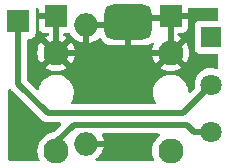
<source format=gbr>
%TF.GenerationSoftware,KiCad,Pcbnew,(6.0.2-0)*%
%TF.CreationDate,2022-07-29T18:49:05+02:00*%
%TF.ProjectId,crossfaderAttenuator,63726f73-7366-4616-9465-72417474656e,rev?*%
%TF.SameCoordinates,Original*%
%TF.FileFunction,Copper,L1,Top*%
%TF.FilePolarity,Positive*%
%FSLAX46Y46*%
G04 Gerber Fmt 4.6, Leading zero omitted, Abs format (unit mm)*
G04 Created by KiCad (PCBNEW (6.0.2-0)) date 2022-07-29 18:49:05*
%MOMM*%
%LPD*%
G01*
G04 APERTURE LIST*
G04 Aperture macros list*
%AMRoundRect*
0 Rectangle with rounded corners*
0 $1 Rounding radius*
0 $2 $3 $4 $5 $6 $7 $8 $9 X,Y pos of 4 corners*
0 Add a 4 corners polygon primitive as box body*
4,1,4,$2,$3,$4,$5,$6,$7,$8,$9,$2,$3,0*
0 Add four circle primitives for the rounded corners*
1,1,$1+$1,$2,$3*
1,1,$1+$1,$4,$5*
1,1,$1+$1,$6,$7*
1,1,$1+$1,$8,$9*
0 Add four rect primitives between the rounded corners*
20,1,$1+$1,$2,$3,$4,$5,0*
20,1,$1+$1,$4,$5,$6,$7,0*
20,1,$1+$1,$6,$7,$8,$9,0*
20,1,$1+$1,$8,$9,$2,$3,0*%
G04 Aperture macros list end*
%TA.AperFunction,ComponentPad*%
%ADD10R,1.900000X1.900000*%
%TD*%
%TA.AperFunction,ComponentPad*%
%ADD11R,1.930000X1.830000*%
%TD*%
%TA.AperFunction,ComponentPad*%
%ADD12C,2.130000*%
%TD*%
%TA.AperFunction,SMDPad,CuDef*%
%ADD13RoundRect,0.750000X1.250000X-0.750000X1.250000X0.750000X-1.250000X0.750000X-1.250000X-0.750000X0*%
%TD*%
%TA.AperFunction,ComponentPad*%
%ADD14O,2.000000X2.000000*%
%TD*%
%TA.AperFunction,ComponentPad*%
%ADD15R,1.800000X1.800000*%
%TD*%
%TA.AperFunction,ComponentPad*%
%ADD16C,1.800000*%
%TD*%
%TA.AperFunction,ViaPad*%
%ADD17C,0.800000*%
%TD*%
%TA.AperFunction,Conductor*%
%ADD18C,0.500000*%
%TD*%
G04 APERTURE END LIST*
D10*
%TO.P,J3,1,Pin_1*%
%TO.N,Net-(RV1-Pad2)*%
X137050000Y-76875000D03*
%TD*%
D11*
%TO.P,J2,S*%
%TO.N,GND*%
X140250000Y-76420000D03*
D12*
%TO.P,J2,T*%
%TO.N,Net-(J2-PadT)*%
X140250000Y-87820000D03*
%TO.P,J2,TN*%
%TO.N,GND*%
X140250000Y-79520000D03*
%TD*%
D13*
%TO.P,pingnd,1*%
%TO.N,GND*%
X146350000Y-76900000D03*
%TD*%
D11*
%TO.P,J1,S*%
%TO.N,GND*%
X149950000Y-76420000D03*
D12*
%TO.P,J1,T*%
%TO.N,Net-(J1-PadT)*%
X149950000Y-87820000D03*
%TO.P,J1,TN*%
%TO.N,GND*%
X149950000Y-79520000D03*
%TD*%
D14*
%TO.P,RV1,*%
%TO.N,GND*%
X142787487Y-87213604D03*
X142787487Y-77213604D03*
D15*
%TO.P,RV1,1,1*%
%TO.N,Net-(J1-PadT)*%
X153387487Y-78213604D03*
D16*
%TO.P,RV1,2,2*%
%TO.N,Net-(RV1-Pad2)*%
X153387487Y-82225604D03*
%TO.P,RV1,3,3*%
%TO.N,Net-(J2-PadT)*%
X153387487Y-86213604D03*
%TD*%
D17*
%TO.N,GND*%
X136800000Y-85700000D03*
%TD*%
D18*
%TO.N,GND*%
X145686396Y-77213604D02*
X146350000Y-76550000D01*
X142870000Y-79520000D02*
X149950000Y-79520000D01*
X149950000Y-79520000D02*
X149950000Y-76420000D01*
X142787487Y-79437487D02*
X142870000Y-79520000D01*
X146350000Y-76550000D02*
X149820000Y-76550000D01*
X140250000Y-79520000D02*
X149950000Y-79520000D01*
X149820000Y-76550000D02*
X149950000Y-76420000D01*
X140250000Y-76420000D02*
X140250000Y-79520000D01*
X140250000Y-76420000D02*
X140250000Y-76350000D01*
X142787487Y-77213604D02*
X145686396Y-77213604D01*
X142787487Y-77213604D02*
X142787487Y-79437487D01*
X140250000Y-79520000D02*
X142870000Y-79520000D01*
%TO.N,Net-(J2-PadT)*%
X140250000Y-87100000D02*
X141750000Y-85600000D01*
X141750000Y-85600000D02*
X151350000Y-85600000D01*
X151350000Y-85600000D02*
X151963604Y-86213604D01*
X151963604Y-86213604D02*
X153387487Y-86213604D01*
X140250000Y-87820000D02*
X140250000Y-87100000D01*
%TO.N,Net-(RV1-Pad2)*%
X150959478Y-84653612D02*
X153387487Y-82225604D01*
X139521557Y-84653612D02*
X150959478Y-84653612D01*
X137050000Y-76875000D02*
X137050000Y-82182055D01*
X137050000Y-82182055D02*
X139521557Y-84653612D01*
%TD*%
%TA.AperFunction,Conductor*%
%TO.N,GND*%
G36*
X136416512Y-82611933D02*
G01*
X136441718Y-82641790D01*
X136447405Y-82651162D01*
X136451121Y-82655370D01*
X136451122Y-82655371D01*
X136454803Y-82659539D01*
X136454776Y-82659563D01*
X136457429Y-82662555D01*
X136460132Y-82665788D01*
X136464144Y-82671907D01*
X136520383Y-82725183D01*
X136522825Y-82727561D01*
X138937787Y-85142523D01*
X138950173Y-85156935D01*
X138958706Y-85168530D01*
X138958711Y-85168535D01*
X138963049Y-85174430D01*
X138968627Y-85179169D01*
X138968630Y-85179172D01*
X139003325Y-85208647D01*
X139010841Y-85215577D01*
X139016536Y-85221272D01*
X139019418Y-85223552D01*
X139038808Y-85238893D01*
X139042212Y-85241684D01*
X139092260Y-85284203D01*
X139097842Y-85288945D01*
X139104358Y-85292273D01*
X139109407Y-85295640D01*
X139114536Y-85298807D01*
X139120273Y-85303346D01*
X139186432Y-85334267D01*
X139190326Y-85336170D01*
X139255365Y-85369381D01*
X139262473Y-85371120D01*
X139268116Y-85373219D01*
X139273879Y-85375136D01*
X139280507Y-85378234D01*
X139287669Y-85379724D01*
X139287670Y-85379724D01*
X139351969Y-85393098D01*
X139356253Y-85394068D01*
X139427167Y-85411420D01*
X139432769Y-85411768D01*
X139432772Y-85411768D01*
X139438321Y-85412112D01*
X139438319Y-85412148D01*
X139442312Y-85412387D01*
X139446504Y-85412761D01*
X139453672Y-85414252D01*
X139531077Y-85412158D01*
X139534485Y-85412112D01*
X140561017Y-85412112D01*
X140629138Y-85432114D01*
X140675631Y-85485770D01*
X140685735Y-85556044D01*
X140656241Y-85620624D01*
X140650112Y-85627207D01*
X140045541Y-86231778D01*
X139985861Y-86265201D01*
X139767079Y-86317727D01*
X139767072Y-86317729D01*
X139762258Y-86318885D01*
X139757687Y-86320778D01*
X139757685Y-86320779D01*
X139538011Y-86411771D01*
X139538007Y-86411773D01*
X139533437Y-86413666D01*
X139322260Y-86543075D01*
X139133927Y-86703927D01*
X138973075Y-86892260D01*
X138843666Y-87103437D01*
X138841773Y-87108007D01*
X138841771Y-87108011D01*
X138792613Y-87226690D01*
X138748885Y-87332258D01*
X138747730Y-87337070D01*
X138692221Y-87568276D01*
X138692220Y-87568282D01*
X138691066Y-87573089D01*
X138671634Y-87820000D01*
X138691066Y-88066911D01*
X138692220Y-88071718D01*
X138692221Y-88071724D01*
X138700567Y-88106487D01*
X138748885Y-88307742D01*
X138835887Y-88517781D01*
X138835887Y-88517782D01*
X138843476Y-88588371D01*
X138811697Y-88651858D01*
X138750639Y-88688086D01*
X138719478Y-88692000D01*
X136334000Y-88692000D01*
X136265879Y-88671998D01*
X136219386Y-88618342D01*
X136208000Y-88566000D01*
X136208000Y-82707157D01*
X136228002Y-82639036D01*
X136281658Y-82592543D01*
X136351932Y-82582439D01*
X136416512Y-82611933D01*
G37*
%TD.AperFunction*%
%TA.AperFunction,Conductor*%
G36*
X148964952Y-86378502D02*
G01*
X149011445Y-86432158D01*
X149021549Y-86502432D01*
X148992055Y-86567012D01*
X148978662Y-86580311D01*
X148833927Y-86703927D01*
X148673075Y-86892260D01*
X148543666Y-87103437D01*
X148541773Y-87108007D01*
X148541771Y-87108011D01*
X148492613Y-87226690D01*
X148448885Y-87332258D01*
X148447730Y-87337070D01*
X148392221Y-87568276D01*
X148392220Y-87568282D01*
X148391066Y-87573089D01*
X148371634Y-87820000D01*
X148391066Y-88066911D01*
X148392220Y-88071718D01*
X148392221Y-88071724D01*
X148400567Y-88106487D01*
X148448885Y-88307742D01*
X148535887Y-88517781D01*
X148535887Y-88517782D01*
X148543476Y-88588371D01*
X148511697Y-88651858D01*
X148450639Y-88688086D01*
X148419478Y-88692000D01*
X143707858Y-88692000D01*
X143639737Y-88671998D01*
X143593244Y-88618342D01*
X143583140Y-88548068D01*
X143612634Y-88483488D01*
X143642023Y-88458568D01*
X143672386Y-88439961D01*
X143680370Y-88434161D01*
X143853345Y-88286426D01*
X143860309Y-88279462D01*
X144008044Y-88106487D01*
X144013844Y-88098503D01*
X144132692Y-87904562D01*
X144137174Y-87895767D01*
X144224223Y-87685612D01*
X144227269Y-87676238D01*
X144273129Y-87485219D01*
X144272424Y-87471135D01*
X144263543Y-87467604D01*
X142659487Y-87467604D01*
X142591366Y-87447602D01*
X142544873Y-87393946D01*
X142533487Y-87341604D01*
X142533487Y-87085604D01*
X142553489Y-87017483D01*
X142607145Y-86970990D01*
X142659487Y-86959604D01*
X144259243Y-86959604D01*
X144272774Y-86955631D01*
X144274134Y-86946173D01*
X144227269Y-86750970D01*
X144224223Y-86741596D01*
X144137703Y-86532718D01*
X144130114Y-86462128D01*
X144161894Y-86398641D01*
X144222952Y-86362414D01*
X144254112Y-86358500D01*
X148896831Y-86358500D01*
X148964952Y-86378502D01*
G37*
%TD.AperFunction*%
%TA.AperFunction,Conductor*%
G36*
X138719121Y-75728002D02*
G01*
X138765614Y-75781658D01*
X138777000Y-75834000D01*
X138777000Y-76147885D01*
X138781475Y-76163124D01*
X138782865Y-76164329D01*
X138790548Y-76166000D01*
X140378000Y-76166000D01*
X140446121Y-76186002D01*
X140492614Y-76239658D01*
X140504000Y-76292000D01*
X140504000Y-76548000D01*
X140483998Y-76616121D01*
X140430342Y-76662614D01*
X140378000Y-76674000D01*
X138795116Y-76674000D01*
X138779877Y-76678475D01*
X138778672Y-76679865D01*
X138777001Y-76687548D01*
X138777001Y-77379669D01*
X138777371Y-77386490D01*
X138782895Y-77437352D01*
X138786521Y-77452604D01*
X138831676Y-77573054D01*
X138840214Y-77588649D01*
X138916715Y-77690724D01*
X138929276Y-77703285D01*
X139031351Y-77779786D01*
X139046946Y-77788324D01*
X139167394Y-77833478D01*
X139182649Y-77837105D01*
X139233514Y-77842631D01*
X139240328Y-77843000D01*
X139554745Y-77843000D01*
X139622866Y-77863002D01*
X139669359Y-77916658D01*
X139679463Y-77986932D01*
X139649969Y-78051512D01*
X139602963Y-78085409D01*
X139538239Y-78112218D01*
X139529445Y-78116699D01*
X139344285Y-78230165D01*
X139334825Y-78240621D01*
X139338609Y-78249399D01*
X140237188Y-79147978D01*
X140251132Y-79155592D01*
X140252965Y-79155461D01*
X140259580Y-79151210D01*
X141158348Y-78252442D01*
X141165108Y-78240062D01*
X141159381Y-78232412D01*
X140970555Y-78116699D01*
X140961765Y-78112220D01*
X140897035Y-78085408D01*
X140841755Y-78040859D01*
X140819334Y-77973496D01*
X140836893Y-77904704D01*
X140888855Y-77856326D01*
X140945254Y-77842999D01*
X141259669Y-77842999D01*
X141266488Y-77842630D01*
X141316750Y-77837170D01*
X141386632Y-77849699D01*
X141438647Y-77898020D01*
X141442004Y-77904109D01*
X141561130Y-78098503D01*
X141566930Y-78106487D01*
X141714665Y-78279462D01*
X141721629Y-78286426D01*
X141894604Y-78434161D01*
X141902588Y-78439961D01*
X142096529Y-78558809D01*
X142105324Y-78563291D01*
X142315479Y-78650340D01*
X142324853Y-78653386D01*
X142515872Y-78699246D01*
X142529956Y-78698541D01*
X142533487Y-78689660D01*
X142533487Y-77085604D01*
X142553489Y-77017483D01*
X142607145Y-76970990D01*
X142659487Y-76959604D01*
X142915487Y-76959604D01*
X142983608Y-76979606D01*
X143030101Y-77033262D01*
X143041487Y-77085604D01*
X143041487Y-78685360D01*
X143045460Y-78698891D01*
X143054918Y-78700251D01*
X143250121Y-78653386D01*
X143259495Y-78650340D01*
X143469650Y-78563291D01*
X143478445Y-78558809D01*
X143672386Y-78439961D01*
X143680370Y-78434161D01*
X143845938Y-78292752D01*
X143910728Y-78263721D01*
X143980928Y-78274326D01*
X144031234Y-78316653D01*
X144127803Y-78455597D01*
X144134976Y-78464176D01*
X144285824Y-78615024D01*
X144294403Y-78622197D01*
X144469588Y-78743954D01*
X144479295Y-78749490D01*
X144673269Y-78838299D01*
X144683815Y-78842033D01*
X144890679Y-78895147D01*
X144901234Y-78896918D01*
X145034930Y-78907793D01*
X145040036Y-78908000D01*
X146077885Y-78908000D01*
X146093124Y-78903525D01*
X146094329Y-78902135D01*
X146096000Y-78894452D01*
X146096000Y-76772000D01*
X146116002Y-76703879D01*
X146169658Y-76657386D01*
X146222000Y-76646000D01*
X146478000Y-76646000D01*
X146546121Y-76666002D01*
X146592614Y-76719658D01*
X146604000Y-76772000D01*
X146604000Y-78889884D01*
X146608475Y-78905123D01*
X146609865Y-78906328D01*
X146617548Y-78907999D01*
X147659961Y-78907999D01*
X147665071Y-78907791D01*
X147798767Y-78896918D01*
X147809320Y-78895148D01*
X148016185Y-78842033D01*
X148026731Y-78838299D01*
X148220705Y-78749490D01*
X148230412Y-78743954D01*
X148352985Y-78658764D01*
X148420338Y-78636311D01*
X148489138Y-78653837D01*
X148537541Y-78705776D01*
X148550179Y-78775639D01*
X148541304Y-78810447D01*
X148451256Y-79027840D01*
X148448207Y-79037225D01*
X148392717Y-79268355D01*
X148391174Y-79278102D01*
X148372524Y-79515070D01*
X148372524Y-79524930D01*
X148391174Y-79761898D01*
X148392717Y-79771645D01*
X148448207Y-80002775D01*
X148451256Y-80012160D01*
X148542218Y-80231761D01*
X148546699Y-80240555D01*
X148660165Y-80425715D01*
X148670621Y-80435175D01*
X148679399Y-80431391D01*
X149589658Y-79521132D01*
X150314408Y-79521132D01*
X150314539Y-79522965D01*
X150318790Y-79529580D01*
X151217558Y-80428348D01*
X151229938Y-80435108D01*
X151237588Y-80429381D01*
X151353301Y-80240555D01*
X151357782Y-80231761D01*
X151448744Y-80012160D01*
X151451793Y-80002775D01*
X151507283Y-79771645D01*
X151508826Y-79761898D01*
X151527476Y-79524930D01*
X151527476Y-79515070D01*
X151508826Y-79278102D01*
X151507283Y-79268355D01*
X151451793Y-79037225D01*
X151448744Y-79027840D01*
X151357782Y-78808239D01*
X151353301Y-78799445D01*
X151239835Y-78614285D01*
X151229379Y-78604825D01*
X151220601Y-78608609D01*
X150322022Y-79507188D01*
X150314408Y-79521132D01*
X149589658Y-79521132D01*
X150858348Y-78252442D01*
X150865108Y-78240062D01*
X150859381Y-78232412D01*
X150670555Y-78116699D01*
X150661765Y-78112220D01*
X150597035Y-78085408D01*
X150541755Y-78040859D01*
X150519334Y-77973496D01*
X150536893Y-77904704D01*
X150588855Y-77856326D01*
X150645254Y-77842999D01*
X150959669Y-77842999D01*
X150966490Y-77842629D01*
X151017352Y-77837105D01*
X151032604Y-77833479D01*
X151153054Y-77788324D01*
X151168649Y-77779786D01*
X151270724Y-77703285D01*
X151283285Y-77690724D01*
X151359786Y-77588649D01*
X151368324Y-77573054D01*
X151413478Y-77452606D01*
X151417105Y-77437351D01*
X151422631Y-77386486D01*
X151423000Y-77379672D01*
X151423000Y-76692115D01*
X151418525Y-76676876D01*
X151417135Y-76675671D01*
X151409452Y-76674000D01*
X149822000Y-76674000D01*
X149753879Y-76653998D01*
X149707386Y-76600342D01*
X149696000Y-76548000D01*
X149696000Y-76292000D01*
X149716002Y-76223879D01*
X149769658Y-76177386D01*
X149822000Y-76166000D01*
X151404884Y-76166000D01*
X151420123Y-76161525D01*
X151421328Y-76160135D01*
X151422999Y-76152452D01*
X151422999Y-75834000D01*
X151443001Y-75765879D01*
X151496657Y-75719386D01*
X151548999Y-75708000D01*
X153866000Y-75708000D01*
X153934121Y-75728002D01*
X153980614Y-75781658D01*
X153992000Y-75834000D01*
X153992000Y-76679104D01*
X153971998Y-76747225D01*
X153918342Y-76793718D01*
X153866000Y-76805104D01*
X152439353Y-76805104D01*
X152377171Y-76811859D01*
X152240782Y-76862989D01*
X152124226Y-76950343D01*
X152036872Y-77066899D01*
X151985742Y-77203288D01*
X151978987Y-77265470D01*
X151978987Y-79161738D01*
X151985742Y-79223920D01*
X152036872Y-79360309D01*
X152124226Y-79476865D01*
X152240782Y-79564219D01*
X152377171Y-79615349D01*
X152439353Y-79622104D01*
X153866000Y-79622104D01*
X153934121Y-79642106D01*
X153980614Y-79695762D01*
X153992000Y-79748104D01*
X153992000Y-80767103D01*
X153971998Y-80835224D01*
X153918342Y-80881717D01*
X153848068Y-80891821D01*
X153823947Y-80885878D01*
X153748515Y-80859166D01*
X153743422Y-80858259D01*
X153743419Y-80858258D01*
X153525582Y-80819455D01*
X153525576Y-80819454D01*
X153520493Y-80818549D01*
X153447583Y-80817658D01*
X153294068Y-80815783D01*
X153294066Y-80815783D01*
X153288898Y-80815720D01*
X153059951Y-80850754D01*
X152839801Y-80922710D01*
X152835213Y-80925098D01*
X152835209Y-80925100D01*
X152638948Y-81027267D01*
X152634359Y-81029656D01*
X152630226Y-81032759D01*
X152630223Y-81032761D01*
X152544031Y-81097476D01*
X152449142Y-81168721D01*
X152289126Y-81336168D01*
X152286212Y-81340440D01*
X152286211Y-81340441D01*
X152215646Y-81443886D01*
X152158606Y-81527503D01*
X152061089Y-81737585D01*
X151999194Y-81960773D01*
X151974582Y-82191073D01*
X151974879Y-82196226D01*
X151974879Y-82196229D01*
X151982690Y-82331692D01*
X151987914Y-82422301D01*
X151996599Y-82460838D01*
X151992064Y-82531686D01*
X151962777Y-82577633D01*
X151661594Y-82878815D01*
X151599282Y-82912840D01*
X151528466Y-82907775D01*
X151471631Y-82865228D01*
X151446923Y-82800043D01*
X151435354Y-82659322D01*
X151435353Y-82659316D01*
X151434930Y-82654171D01*
X151396194Y-82499954D01*
X151376100Y-82419956D01*
X151376099Y-82419952D01*
X151374841Y-82414945D01*
X151361934Y-82385261D01*
X151278546Y-82193481D01*
X151278544Y-82193478D01*
X151276486Y-82188744D01*
X151142508Y-81981645D01*
X151116247Y-81952784D01*
X150979982Y-81803032D01*
X150979980Y-81803031D01*
X150976504Y-81799210D01*
X150972453Y-81796011D01*
X150972449Y-81796007D01*
X150786987Y-81649538D01*
X150786983Y-81649536D01*
X150782932Y-81646336D01*
X150746746Y-81626360D01*
X150726113Y-81614970D01*
X150566992Y-81527131D01*
X150562123Y-81525407D01*
X150562119Y-81525405D01*
X150339357Y-81446520D01*
X150339353Y-81446519D01*
X150334482Y-81444794D01*
X150329389Y-81443887D01*
X150329386Y-81443886D01*
X150225844Y-81425443D01*
X150091646Y-81401539D01*
X149998783Y-81400404D01*
X149850177Y-81398588D01*
X149850175Y-81398588D01*
X149845007Y-81398525D01*
X149601187Y-81435835D01*
X149366734Y-81512466D01*
X149147946Y-81626360D01*
X149143813Y-81629463D01*
X149143810Y-81629465D01*
X148999807Y-81737585D01*
X148950697Y-81774458D01*
X148780286Y-81952784D01*
X148641288Y-82156548D01*
X148537436Y-82380278D01*
X148471519Y-82617965D01*
X148445308Y-82863226D01*
X148445605Y-82868378D01*
X148445605Y-82868382D01*
X148457255Y-83070414D01*
X148459507Y-83109475D01*
X148460644Y-83114521D01*
X148460645Y-83114527D01*
X148482825Y-83212945D01*
X148513734Y-83350099D01*
X148515676Y-83354881D01*
X148515677Y-83354885D01*
X148557840Y-83458720D01*
X148606532Y-83578634D01*
X148628951Y-83615219D01*
X148682913Y-83703277D01*
X148701451Y-83771811D01*
X148679994Y-83839488D01*
X148625355Y-83884821D01*
X148575480Y-83895112D01*
X141627836Y-83895112D01*
X141559715Y-83875110D01*
X141513222Y-83821454D01*
X141503118Y-83751180D01*
X141525513Y-83695587D01*
X141537136Y-83679411D01*
X141537138Y-83679408D01*
X141540158Y-83675205D01*
X141576649Y-83601372D01*
X141647151Y-83458720D01*
X141649445Y-83454079D01*
X141682569Y-83345057D01*
X141719645Y-83223026D01*
X141719646Y-83223020D01*
X141721149Y-83218074D01*
X141753344Y-82973526D01*
X141755141Y-82900000D01*
X141740863Y-82726334D01*
X141735354Y-82659322D01*
X141735353Y-82659316D01*
X141734930Y-82654171D01*
X141696194Y-82499954D01*
X141676100Y-82419956D01*
X141676099Y-82419952D01*
X141674841Y-82414945D01*
X141661934Y-82385261D01*
X141578546Y-82193481D01*
X141578544Y-82193478D01*
X141576486Y-82188744D01*
X141442508Y-81981645D01*
X141416247Y-81952784D01*
X141279982Y-81803032D01*
X141279980Y-81803031D01*
X141276504Y-81799210D01*
X141272453Y-81796011D01*
X141272449Y-81796007D01*
X141086987Y-81649538D01*
X141086983Y-81649536D01*
X141082932Y-81646336D01*
X141046746Y-81626360D01*
X141026113Y-81614970D01*
X140866992Y-81527131D01*
X140862123Y-81525407D01*
X140862119Y-81525405D01*
X140639357Y-81446520D01*
X140639353Y-81446519D01*
X140634482Y-81444794D01*
X140629389Y-81443887D01*
X140629386Y-81443886D01*
X140525844Y-81425443D01*
X140391646Y-81401539D01*
X140298783Y-81400404D01*
X140150177Y-81398588D01*
X140150175Y-81398588D01*
X140145007Y-81398525D01*
X139901187Y-81435835D01*
X139666734Y-81512466D01*
X139447946Y-81626360D01*
X139443813Y-81629463D01*
X139443810Y-81629465D01*
X139299807Y-81737585D01*
X139250697Y-81774458D01*
X139080286Y-81952784D01*
X138941288Y-82156548D01*
X138837436Y-82380278D01*
X138795447Y-82531686D01*
X138783028Y-82576467D01*
X138745549Y-82636765D01*
X138681420Y-82667228D01*
X138611002Y-82658185D01*
X138572516Y-82631890D01*
X137845405Y-81904779D01*
X137811379Y-81842467D01*
X137808500Y-81815684D01*
X137808500Y-80799938D01*
X139334892Y-80799938D01*
X139340619Y-80807588D01*
X139529445Y-80923301D01*
X139538239Y-80927782D01*
X139757840Y-81018744D01*
X139767225Y-81021793D01*
X139998355Y-81077283D01*
X140008102Y-81078826D01*
X140245070Y-81097476D01*
X140254930Y-81097476D01*
X140491898Y-81078826D01*
X140501645Y-81077283D01*
X140732775Y-81021793D01*
X140742160Y-81018744D01*
X140961761Y-80927782D01*
X140970555Y-80923301D01*
X141155715Y-80809835D01*
X141164669Y-80799938D01*
X149034892Y-80799938D01*
X149040619Y-80807588D01*
X149229445Y-80923301D01*
X149238239Y-80927782D01*
X149457840Y-81018744D01*
X149467225Y-81021793D01*
X149698355Y-81077283D01*
X149708102Y-81078826D01*
X149945070Y-81097476D01*
X149954930Y-81097476D01*
X150191898Y-81078826D01*
X150201645Y-81077283D01*
X150432775Y-81021793D01*
X150442160Y-81018744D01*
X150661761Y-80927782D01*
X150670555Y-80923301D01*
X150855715Y-80809835D01*
X150865175Y-80799379D01*
X150861391Y-80790601D01*
X149962812Y-79892022D01*
X149948868Y-79884408D01*
X149947035Y-79884539D01*
X149940420Y-79888790D01*
X149041652Y-80787558D01*
X149034892Y-80799938D01*
X141164669Y-80799938D01*
X141165175Y-80799379D01*
X141161391Y-80790601D01*
X140262812Y-79892022D01*
X140248868Y-79884408D01*
X140247035Y-79884539D01*
X140240420Y-79888790D01*
X139341652Y-80787558D01*
X139334892Y-80799938D01*
X137808500Y-80799938D01*
X137808500Y-79524930D01*
X138672524Y-79524930D01*
X138691174Y-79761898D01*
X138692717Y-79771645D01*
X138748207Y-80002775D01*
X138751256Y-80012160D01*
X138842218Y-80231761D01*
X138846699Y-80240555D01*
X138960165Y-80425715D01*
X138970621Y-80435175D01*
X138979399Y-80431391D01*
X139877978Y-79532812D01*
X139884356Y-79521132D01*
X140614408Y-79521132D01*
X140614539Y-79522965D01*
X140618790Y-79529580D01*
X141517558Y-80428348D01*
X141529938Y-80435108D01*
X141537588Y-80429381D01*
X141653301Y-80240555D01*
X141657782Y-80231761D01*
X141748744Y-80012160D01*
X141751793Y-80002775D01*
X141807283Y-79771645D01*
X141808826Y-79761898D01*
X141827476Y-79524930D01*
X141827476Y-79515070D01*
X141808826Y-79278102D01*
X141807283Y-79268355D01*
X141751793Y-79037225D01*
X141748744Y-79027840D01*
X141657782Y-78808239D01*
X141653301Y-78799445D01*
X141539835Y-78614285D01*
X141529379Y-78604825D01*
X141520601Y-78608609D01*
X140622022Y-79507188D01*
X140614408Y-79521132D01*
X139884356Y-79521132D01*
X139885592Y-79518868D01*
X139885461Y-79517035D01*
X139881210Y-79510420D01*
X138982442Y-78611652D01*
X138970062Y-78604892D01*
X138962412Y-78610619D01*
X138846699Y-78799445D01*
X138842218Y-78808239D01*
X138751256Y-79027840D01*
X138748207Y-79037225D01*
X138692717Y-79268355D01*
X138691174Y-79278102D01*
X138672524Y-79515070D01*
X138672524Y-79524930D01*
X137808500Y-79524930D01*
X137808500Y-78459500D01*
X137828502Y-78391379D01*
X137882158Y-78344886D01*
X137934500Y-78333500D01*
X138048134Y-78333500D01*
X138110316Y-78326745D01*
X138246705Y-78275615D01*
X138363261Y-78188261D01*
X138450615Y-78071705D01*
X138501745Y-77935316D01*
X138508500Y-77873134D01*
X138508500Y-75876866D01*
X138508132Y-75873474D01*
X138508131Y-75873464D01*
X138505322Y-75847606D01*
X138517851Y-75777724D01*
X138566172Y-75725709D01*
X138630585Y-75708000D01*
X138651000Y-75708000D01*
X138719121Y-75728002D01*
G37*
%TD.AperFunction*%
%TD*%
M02*

</source>
